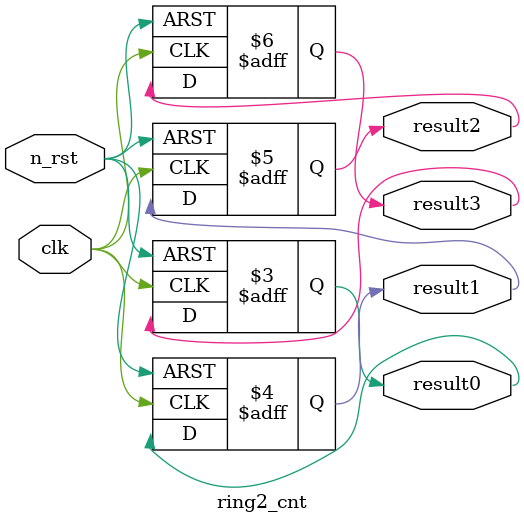
<source format=v>
module ring2_cnt(
    clk,
    n_rst,
    result0,
    result1,
    result2,
    result3,
);

input clk;
input n_rst;

output reg result0;
output reg result1;
output reg result2;
output reg result3;

always@(posedge clk or negedge n_rst) begin
    if(!n_rst) begin
        result0 <= 1'b1;
        result1 <= 1'b0;
        result2 <= 1'b0;
        result3 <= 1'b0;
        
    end
    else begin
        result0 <= result3;
        result1 <= result0;
        result2 <= result1;
        result3 <= result2;
    end
end

endmodule
</source>
